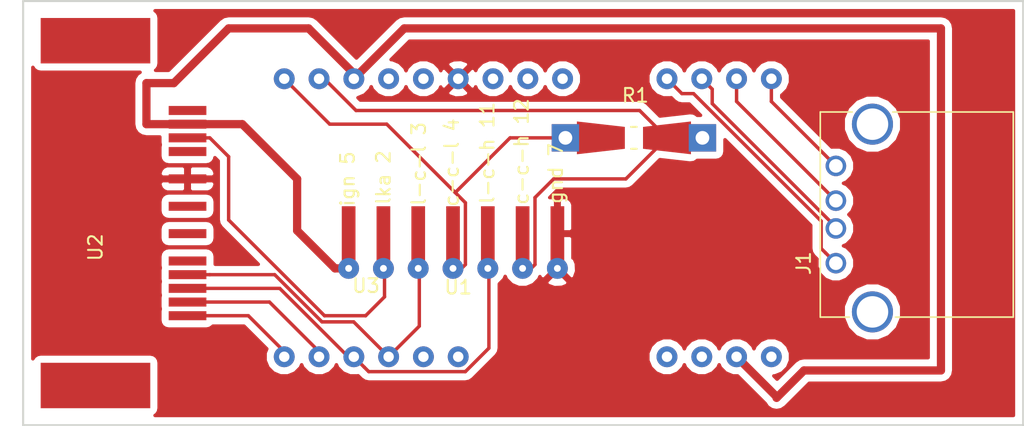
<source format=kicad_pcb>
(kicad_pcb (version 4) (host pcbnew 4.0.7)

  (general
    (links 30)
    (no_connects 9)
    (area 69.924999 87.924999 143.075001 119.075001)
    (thickness 1.6)
    (drawings 4)
    (tracks 76)
    (zones 0)
    (modules 5)
    (nets 15)
  )

  (page A4)
  (layers
    (0 F.Cu signal)
    (31 B.Cu signal)
    (32 B.Adhes user)
    (33 F.Adhes user)
    (34 B.Paste user)
    (35 F.Paste user)
    (36 B.SilkS user)
    (37 F.SilkS user)
    (38 B.Mask user)
    (39 F.Mask user)
    (40 Dwgs.User user)
    (41 Cmts.User user)
    (42 Eco1.User user)
    (43 Eco2.User user)
    (44 Edge.Cuts user)
    (45 Margin user)
    (46 B.CrtYd user)
    (47 F.CrtYd user)
    (48 B.Fab user)
    (49 F.Fab user)
  )

  (setup
    (last_trace_width 0.25)
    (trace_clearance 0.2)
    (zone_clearance 0.508)
    (zone_45_only no)
    (trace_min 0.2)
    (segment_width 0.2)
    (edge_width 0.15)
    (via_size 0.6)
    (via_drill 0.4)
    (via_min_size 0.4)
    (via_min_drill 0.3)
    (uvia_size 0.3)
    (uvia_drill 0.1)
    (uvias_allowed no)
    (uvia_min_size 0.2)
    (uvia_min_drill 0.1)
    (pcb_text_width 0.3)
    (pcb_text_size 1.5 1.5)
    (mod_edge_width 0.15)
    (mod_text_size 1 1)
    (mod_text_width 0.15)
    (pad_size 1.524 1.524)
    (pad_drill 0.762)
    (pad_to_mask_clearance 0.2)
    (aux_axis_origin 0 0)
    (visible_elements FFFFFF7F)
    (pcbplotparams
      (layerselection 0x00030_80000001)
      (usegerberextensions false)
      (excludeedgelayer true)
      (linewidth 0.100000)
      (plotframeref false)
      (viasonmask false)
      (mode 1)
      (useauxorigin false)
      (hpglpennumber 1)
      (hpglpenspeed 20)
      (hpglpendiameter 15)
      (hpglpenoverlay 2)
      (psnegative false)
      (psa4output false)
      (plotreference true)
      (plotvalue true)
      (plotinvisibletext false)
      (padsonsilk false)
      (subtractmaskfromsilk false)
      (outputformat 1)
      (mirror false)
      (drillshape 1)
      (scaleselection 1)
      (outputdirectory ""))
  )

  (net 0 "")
  (net 1 "Net-(R1-Pad1)")
  (net 2 "Net-(R1-Pad2)")
  (net 3 "Net-(U1-PadIGN)")
  (net 4 "Net-(U1-PadGND)")
  (net 5 "Net-(U1-Pad1H)")
  (net 6 "Net-(U1-Pad1L)")
  (net 7 "Net-(U1-Pad2H)")
  (net 8 "Net-(U1-Pad2L)")
  (net 9 "Net-(J1-Pad2)")
  (net 10 "Net-(J1-Pad3)")
  (net 11 "Net-(J1-Pad4)")
  (net 12 "Net-(J1-Pad1)")
  (net 13 "Net-(J1-Pad5)")
  (net 14 "Net-(U2-Pad2)")

  (net_class Default "This is the default net class."
    (clearance 0.2)
    (trace_width 0.25)
    (via_dia 0.6)
    (via_drill 0.4)
    (uvia_dia 0.3)
    (uvia_drill 0.1)
    (add_net "Net-(J1-Pad1)")
    (add_net "Net-(J1-Pad2)")
    (add_net "Net-(J1-Pad3)")
    (add_net "Net-(J1-Pad4)")
    (add_net "Net-(J1-Pad5)")
    (add_net "Net-(R1-Pad1)")
    (add_net "Net-(R1-Pad2)")
    (add_net "Net-(U1-Pad1H)")
    (add_net "Net-(U1-Pad1L)")
    (add_net "Net-(U1-Pad2H)")
    (add_net "Net-(U1-Pad2L)")
    (add_net "Net-(U1-PadGND)")
    (add_net "Net-(U1-PadIGN)")
    (add_net "Net-(U2-Pad2)")
  )

  (module Connectors:USB_A (layer F.Cu) (tedit 5543E289) (tstamp 5C6A2BBF)
    (at 129.33 107.16 90)
    (descr "USB A connector")
    (tags "USB USB_A")
    (path /5C6A2524)
    (fp_text reference J1 (at 0 -2.35 90) (layer F.SilkS)
      (effects (font (size 1 1) (thickness 0.15)))
    )
    (fp_text value USB_A (at 3.84 7.44 90) (layer F.Fab)
      (effects (font (size 1 1) (thickness 0.15)))
    )
    (fp_line (start -5.3 13.2) (end -5.3 -1.4) (layer F.CrtYd) (width 0.05))
    (fp_line (start 11.95 -1.4) (end 11.95 13.2) (layer F.CrtYd) (width 0.05))
    (fp_line (start -5.3 13.2) (end 11.95 13.2) (layer F.CrtYd) (width 0.05))
    (fp_line (start -5.3 -1.4) (end 11.95 -1.4) (layer F.CrtYd) (width 0.05))
    (fp_line (start 11.05 -1.14) (end 11.05 1.19) (layer F.SilkS) (width 0.12))
    (fp_line (start -3.94 -1.14) (end -3.94 0.98) (layer F.SilkS) (width 0.12))
    (fp_line (start 11.05 -1.14) (end -3.94 -1.14) (layer F.SilkS) (width 0.12))
    (fp_line (start 11.05 12.95) (end -3.94 12.95) (layer F.SilkS) (width 0.12))
    (fp_line (start 11.05 4.15) (end 11.05 12.95) (layer F.SilkS) (width 0.12))
    (fp_line (start -3.94 4.35) (end -3.94 12.95) (layer F.SilkS) (width 0.12))
    (pad 4 thru_hole circle (at 7.11 0) (size 1.5 1.5) (drill 1) (layers *.Cu *.Mask)
      (net 11 "Net-(J1-Pad4)"))
    (pad 3 thru_hole circle (at 4.57 0) (size 1.5 1.5) (drill 1) (layers *.Cu *.Mask)
      (net 10 "Net-(J1-Pad3)"))
    (pad 2 thru_hole circle (at 2.54 0) (size 1.5 1.5) (drill 1) (layers *.Cu *.Mask)
      (net 9 "Net-(J1-Pad2)"))
    (pad 1 thru_hole circle (at 0 0) (size 1.5 1.5) (drill 1) (layers *.Cu *.Mask)
      (net 12 "Net-(J1-Pad1)"))
    (pad 5 thru_hole circle (at 10.16 2.67) (size 3 3) (drill 2.3) (layers *.Cu *.Mask)
      (net 13 "Net-(J1-Pad5)"))
    (pad 5 thru_hole circle (at -3.56 2.67) (size 3 3) (drill 2.3) (layers *.Cu *.Mask)
      (net 13 "Net-(J1-Pad5)"))
    (model ${KISYS3DMOD}/Connectors.3dshapes/USB_A.wrl
      (at (xyz 0.14 0 0))
      (scale (xyz 1 1 1))
      (rotate (xyz 0 0 90))
    )
  )

  (module HyindaiGiraffeParts:MG645845 (layer F.Cu) (tedit 5C564141) (tstamp 5C69F9DE)
    (at 68.56 97 270)
    (path /5C69F13B)
    (fp_text reference U2 (at 9 -6.72 270) (layer F.SilkS)
      (effects (font (size 1 1) (thickness 0.15)))
    )
    (fp_text value HYUINDAI_RADAR (at 1 -6.72 270) (layer F.Fab)
      (effects (font (size 1 1) (thickness 0.15)))
    )
    (pad 99 smd rect (at -6.1 -6.72 270) (size 3.32 8) (layers F.Cu F.Paste F.Mask))
    (pad 99 smd rect (at 19.1 -6.72 270) (size 3.32 8) (layers F.Cu F.Paste F.Mask))
    (pad 1 smd rect (at -1 -13.44 270) (size 0.66 2.75) (layers F.Cu F.Paste F.Mask))
    (pad 5 smd rect (at 0 -13.44 270) (size 0.66 2.75) (layers F.Cu F.Paste F.Mask)
      (net 3 "Net-(U1-PadIGN)"))
    (pad 2 smd rect (at 1 -13.44 270) (size 0.66 2.75) (layers F.Cu F.Paste F.Mask)
      (net 14 "Net-(U2-Pad2)"))
    (pad 6 smd rect (at 2 -13.44 270) (size 0.66 2.75) (layers F.Cu F.Paste F.Mask))
    (pad 12 smd rect (at 14 -13.44 270) (size 0.66 2.75) (layers F.Cu F.Paste F.Mask)
      (net 5 "Net-(U1-Pad1H)"))
    (pad 4 smd rect (at 13 -13.44 270) (size 0.66 2.75) (layers F.Cu F.Paste F.Mask)
      (net 6 "Net-(U1-Pad1L)"))
    (pad 11 smd rect (at 12 -13.44 270) (size 0.66 2.75) (layers F.Cu F.Paste F.Mask)
      (net 7 "Net-(U1-Pad2H)"))
    (pad 3 smd rect (at 11 -13.44 270) (size 0.66 2.75) (layers F.Cu F.Paste F.Mask)
      (net 8 "Net-(U1-Pad2L)"))
    (pad 10 smd rect (at 10 -13.44 270) (size 0.66 2.75) (layers F.Cu F.Paste F.Mask))
    (pad 9 smd rect (at 8 -13.44 270) (size 0.66 2.75) (layers F.Cu F.Paste F.Mask))
    (pad 8 smd rect (at 6 -13.44 270) (size 0.66 2.75) (layers F.Cu F.Paste F.Mask))
    (pad 7 smd rect (at 4 -13.44 270) (size 0.66 2.75) (layers F.Cu F.Paste F.Mask)
      (net 4 "Net-(U1-PadGND)"))
  )

  (module Resistors_Universal:Resistor_SMD+THTuniversal_0805to1206_RM10_HandSoldering (layer F.Cu) (tedit 0) (tstamp 5C69FAB7)
    (at 114.587 98)
    (descr "Resistor, SMD and THT, universal, 0805 to 1206,RM10,  Hand soldering,")
    (tags "Resistor, SMD and THT, universal, 0805 to 1206, RM10, Hand soldering,")
    (path /5C69F5FD)
    (fp_text reference R1 (at 0.09906 -3.0988) (layer F.SilkS)
      (effects (font (size 1 1) (thickness 0.15)))
    )
    (fp_text value R (at -0.39878 4.20116) (layer F.Fab)
      (effects (font (size 1 1) (thickness 0.15)))
    )
    (fp_line (start 0 0.8001) (end 0.20066 0.8001) (layer F.SilkS) (width 0.15))
    (fp_line (start 0 0.8001) (end -0.20066 0.8001) (layer F.SilkS) (width 0.15))
    (fp_line (start -0.09906 -0.8001) (end -0.20066 -0.8001) (layer F.SilkS) (width 0.15))
    (fp_line (start -0.20066 -0.8001) (end 0.20066 -0.8001) (layer F.SilkS) (width 0.15))
    (pad 1 smd trapezoid (at -2.413 0) (size 3.50012 1.99898) (rect_delta 0.39878 0 ) (layers F.Cu F.Paste F.Mask)
      (net 1 "Net-(R1-Pad1)"))
    (pad 2 smd trapezoid (at 2.413 0 180) (size 3.50012 1.99898) (rect_delta 0.39878 0 ) (layers F.Cu F.Paste F.Mask)
      (net 2 "Net-(R1-Pad2)"))
    (pad 1 thru_hole rect (at -5.00126 0 180) (size 1.99898 1.99898) (drill 1.00076) (layers *.Cu *.Mask)
      (net 1 "Net-(R1-Pad1)"))
    (pad 2 thru_hole rect (at 5.00126 0 180) (size 1.99898 1.99898) (drill 1.00076) (layers *.Cu *.Mask)
      (net 2 "Net-(R1-Pad2)"))
  )

  (module HyindaiGiraffeParts:PANDA_PINOUT (layer F.Cu) (tedit 5C6A26DC) (tstamp 5C6A2AA7)
    (at 101.76 103.84)
    (path /5C69F2BC)
    (fp_text reference U1 (at 0 5.08) (layer F.SilkS)
      (effects (font (size 1 1) (thickness 0.15)))
    )
    (fp_text value PANDA (at 7.62 5.08) (layer F.Fab)
      (effects (font (size 1 1) (thickness 0.15)))
    )
    (pad 3L thru_hole circle (at -12.7 -10.16) (size 1.524 1.524) (drill 0.762) (layers *.Cu *.Mask)
      (net 1 "Net-(R1-Pad1)"))
    (pad 3H thru_hole circle (at -10.16 -10.16) (size 1.524 1.524) (drill 0.762) (layers *.Cu *.Mask)
      (net 2 "Net-(R1-Pad2)"))
    (pad IGN thru_hole circle (at -7.62 -10.16) (size 1.524 1.524) (drill 0.762) (layers *.Cu *.Mask)
      (net 3 "Net-(U1-PadIGN)"))
    (pad NC thru_hole circle (at -5.08 -10.16) (size 1.524 1.524) (drill 0.762) (layers *.Cu *.Mask))
    (pad NC thru_hole circle (at -2.54 -10.16) (size 1.524 1.524) (drill 0.762) (layers *.Cu *.Mask))
    (pad GND thru_hole circle (at 0 -10.16) (size 1.524 1.524) (drill 0.762) (layers *.Cu *.Mask)
      (net 4 "Net-(U1-PadGND)"))
    (pad NC thru_hole circle (at 2.54 -10.16) (size 1.524 1.524) (drill 0.762) (layers *.Cu *.Mask))
    (pad NC thru_hole circle (at 5.08 -10.16) (size 1.524 1.524) (drill 0.762) (layers *.Cu *.Mask))
    (pad NC thru_hole circle (at 7.62 -10.16) (size 1.524 1.524) (drill 0.762) (layers *.Cu *.Mask))
    (pad 1H thru_hole circle (at -12.7 10.16) (size 1.524 1.524) (drill 0.762) (layers *.Cu *.Mask)
      (net 5 "Net-(U1-Pad1H)"))
    (pad 1L thru_hole circle (at -10.16 10.16) (size 1.524 1.524) (drill 0.762) (layers *.Cu *.Mask)
      (net 6 "Net-(U1-Pad1L)"))
    (pad 2H thru_hole circle (at -7.62 10.16) (size 1.524 1.524) (drill 0.762) (layers *.Cu *.Mask)
      (net 7 "Net-(U1-Pad2H)"))
    (pad 2L thru_hole circle (at -5.08 10.16) (size 1.524 1.524) (drill 0.762) (layers *.Cu *.Mask)
      (net 8 "Net-(U1-Pad2L)"))
    (pad LINL thru_hole circle (at -2.54 10.16) (size 1.524 1.524) (drill 0.762) (layers *.Cu *.Mask))
    (pad LINK thru_hole circle (at 0 10.16) (size 1.524 1.524) (drill 0.762) (layers *.Cu *.Mask))
    (pad 16 thru_hole circle (at 15.24 10.16) (size 1.524 1.524) (drill 0.762) (layers *.Cu *.Mask))
    (pad GMLA thru_hole circle (at 17.78 10.16) (size 1.524 1.524) (drill 0.762) (layers *.Cu *.Mask))
    (pad VIN1 thru_hole circle (at 20.32 10.16) (size 1.524 1.524) (drill 0.762) (layers *.Cu *.Mask)
      (net 3 "Net-(U1-PadIGN)"))
    (pad 19 thru_hole circle (at 22.86 10.16) (size 1.524 1.524) (drill 0.762) (layers *.Cu *.Mask))
    (pad 5V thru_hole circle (at 15.24 -10.16) (size 1.524 1.524) (drill 0.762) (layers *.Cu *.Mask)
      (net 12 "Net-(J1-Pad1)"))
    (pad D- thru_hole circle (at 17.78 -10.16) (size 1.524 1.524) (drill 0.762) (layers *.Cu *.Mask)
      (net 9 "Net-(J1-Pad2)"))
    (pad D+ thru_hole circle (at 20.32 -10.16) (size 1.524 1.524) (drill 0.762) (layers *.Cu *.Mask)
      (net 10 "Net-(J1-Pad3)"))
    (pad GNDU thru_hole circle (at 22.86 -10.16) (size 1.524 1.524) (drill 0.762) (layers *.Cu *.Mask)
      (net 11 "Net-(J1-Pad4)"))
  )

  (module HyindaiGiraffeParts:RadarWires (layer F.Cu) (tedit 5C6A33F6) (tstamp 5C6A3951)
    (at 101.38 105 90)
    (path /5C69F332)
    (fp_text reference U3 (at -3.81 -6.35 360) (layer F.SilkS)
      (effects (font (size 1 1) (thickness 0.15)))
    )
    (fp_text value HYUINDAI_RADAR (at -3.81 5.08 180) (layer F.Fab)
      (effects (font (size 1 1) (thickness 0.15)))
    )
    (fp_text user "l-c-l 3" (at 5.1 -2.5 90) (layer F.SilkS)
      (effects (font (size 1 1) (thickness 0.15)))
    )
    (fp_text user "lka 2" (at 4.1 -5.08 90) (layer F.SilkS)
      (effects (font (size 1 1) (thickness 0.15)))
    )
    (fp_text user "ign 5" (at 4 -7.7 90) (layer F.SilkS)
      (effects (font (size 1 1) (thickness 0.15)))
    )
    (fp_text user "c-c-l 4" (at 5.2 -0.1 90) (layer F.SilkS)
      (effects (font (size 1 1) (thickness 0.15)))
    )
    (fp_text user "l-c-h 11" (at 5.9 2.5 90) (layer F.SilkS)
      (effects (font (size 1 1) (thickness 0.15)))
    )
    (fp_text user "c-c-h 12" (at 6 5 90) (layer F.SilkS)
      (effects (font (size 1 1) (thickness 0.15)))
    )
    (fp_text user "gnd 7" (at 4.4 7.5 90) (layer F.SilkS)
      (effects (font (size 1 1) (thickness 0.15)))
    )
    (pad 5 thru_hole circle (at -2.54 -7.62 90) (size 1.524 1.524) (drill 0.5) (layers *.Cu *.Mask)
      (net 3 "Net-(U1-PadIGN)"))
    (pad 2 thru_hole circle (at -2.54 -5.08 90) (size 1.524 1.524) (drill 0.5) (layers *.Cu *.Mask)
      (net 14 "Net-(U2-Pad2)"))
    (pad 3 thru_hole circle (at -2.54 -2.54 90) (size 1.524 1.524) (drill 0.5) (layers *.Cu *.Mask)
      (net 8 "Net-(U1-Pad2L)"))
    (pad 4 thru_hole circle (at -2.54 0 90) (size 1.524 1.524) (drill 0.5) (layers *.Cu *.Mask)
      (net 1 "Net-(R1-Pad1)"))
    (pad 11 thru_hole circle (at -2.54 2.54 90) (size 1.524 1.524) (drill 0.5) (layers *.Cu *.Mask)
      (net 7 "Net-(U1-Pad2H)"))
    (pad 12 thru_hole circle (at -2.54 5.08 90) (size 1.524 1.524) (drill 0.5) (layers *.Cu *.Mask)
      (net 2 "Net-(R1-Pad2)"))
    (pad 7 thru_hole circle (at -2.54 7.62 90) (size 1.524 1.524) (drill 0.5) (layers *.Cu *.Mask)
      (net 4 "Net-(U1-PadGND)"))
    (pad 5 smd rect (at 0 -7.62 90) (size 4 1) (layers F.Cu F.Paste F.Mask)
      (net 3 "Net-(U1-PadIGN)"))
    (pad 2 smd rect (at 0 -5.08 90) (size 4 1) (layers F.Cu F.Paste F.Mask)
      (net 14 "Net-(U2-Pad2)"))
    (pad 3 smd rect (at 0 -2.54 90) (size 4 1) (layers F.Cu F.Paste F.Mask)
      (net 8 "Net-(U1-Pad2L)"))
    (pad 4 smd rect (at 0 0 90) (size 4 1) (layers F.Cu F.Paste F.Mask)
      (net 1 "Net-(R1-Pad1)"))
    (pad 11 smd rect (at 0 2.54 90) (size 4 1) (layers F.Cu F.Paste F.Mask)
      (net 7 "Net-(U1-Pad2H)"))
    (pad 12 smd rect (at 0 5.08 90) (size 4 1) (layers F.Cu F.Paste F.Mask)
      (net 2 "Net-(R1-Pad2)"))
    (pad 7 smd rect (at 0 7.62 90) (size 4 1) (layers F.Cu F.Paste F.Mask)
      (net 4 "Net-(U1-PadGND)"))
  )

  (gr_line (start 70 88) (end 70 119) (layer Edge.Cuts) (width 0.15))
  (gr_line (start 143 88) (end 70 88) (layer Edge.Cuts) (width 0.15))
  (gr_line (start 143 119) (end 143 88) (layer Edge.Cuts) (width 0.15))
  (gr_line (start 70 119) (end 143 119) (layer Edge.Cuts) (width 0.15))

  (segment (start 89.06 93.68) (end 92.38 97) (width 0.25) (layer F.Cu) (net 1))
  (segment (start 92.38 97) (end 96.545002 97) (width 0.25) (layer F.Cu) (net 1))
  (segment (start 96.545002 97) (end 101.545002 102) (width 0.25) (layer F.Cu) (net 1))
  (segment (start 101.545002 102) (end 105.545002 98) (width 0.25) (layer F.Cu) (net 1))
  (segment (start 105.545002 98) (end 109.58574 98) (width 0.25) (layer F.Cu) (net 1))
  (segment (start 101.46 107.54) (end 102.005002 107.54) (width 0.25) (layer F.Cu) (net 1))
  (segment (start 102.005002 107.54) (end 102.285001 107.260001) (width 0.25) (layer F.Cu) (net 1))
  (segment (start 102.285001 107.260001) (end 102.285001 102.739999) (width 0.25) (layer F.Cu) (net 1))
  (segment (start 102.285001 102.739999) (end 101.545002 102) (width 0.25) (layer F.Cu) (net 1))
  (segment (start 108.730002 101) (end 114 101) (width 0.25) (layer F.Cu) (net 2))
  (segment (start 114 101) (end 117 98) (width 0.25) (layer F.Cu) (net 2))
  (segment (start 107.365001 102.365001) (end 108.730002 101) (width 0.25) (layer F.Cu) (net 2))
  (segment (start 106.54 107.54) (end 107.085002 107.54) (width 0.25) (layer F.Cu) (net 2))
  (segment (start 107.085002 107.54) (end 107.365001 107.260001) (width 0.25) (layer F.Cu) (net 2))
  (segment (start 107.365001 107.260001) (end 107.365001 102.365001) (width 0.25) (layer F.Cu) (net 2))
  (segment (start 91.98 93.68) (end 94.3 96) (width 0.25) (layer F.Cu) (net 2) (status 10))
  (segment (start 94.3 96) (end 115 96) (width 0.25) (layer F.Cu) (net 2))
  (segment (start 115 96) (end 117 98) (width 0.25) (layer F.Cu) (net 2) (status 20))
  (segment (start 94.14 93.68) (end 97.82 90) (width 0.6) (layer F.Cu) (net 3))
  (segment (start 97.82 90) (end 137 90) (width 0.6) (layer F.Cu) (net 3))
  (segment (start 137 90) (end 137 115) (width 0.6) (layer F.Cu) (net 3))
  (segment (start 137 115) (end 127 115) (width 0.6) (layer F.Cu) (net 3))
  (segment (start 127 115) (end 125 117) (width 0.6) (layer F.Cu) (net 3))
  (segment (start 125 117) (end 125 116.92) (width 0.6) (layer F.Cu) (net 3))
  (segment (start 125 116.92) (end 122.08 114) (width 0.6) (layer F.Cu) (net 3))
  (segment (start 90 101) (end 86 97) (width 0.6) (layer F.Cu) (net 3))
  (segment (start 86 97) (end 82 97) (width 0.6) (layer F.Cu) (net 3))
  (segment (start 90 104.77763) (end 90 101) (width 0.6) (layer F.Cu) (net 3))
  (segment (start 93.84 107.54) (end 92.76237 107.54) (width 0.6) (layer F.Cu) (net 3))
  (segment (start 92.76237 107.54) (end 90 104.77763) (width 0.6) (layer F.Cu) (net 3))
  (segment (start 90.84 90) (end 94.52 93.68) (width 0.6) (layer F.Cu) (net 3) (status 20))
  (segment (start 85 90) (end 90.84 90) (width 0.6) (layer F.Cu) (net 3))
  (segment (start 81 94) (end 85 90) (width 0.6) (layer F.Cu) (net 3))
  (segment (start 79 94) (end 81 94) (width 0.6) (layer F.Cu) (net 3))
  (segment (start 79 97) (end 79 94) (width 0.6) (layer F.Cu) (net 3))
  (segment (start 82 97) (end 79 97) (width 0.6) (layer F.Cu) (net 3) (status 10))
  (segment (start 82 111) (end 86.44 111) (width 0.25) (layer F.Cu) (net 5) (status 10))
  (segment (start 86.44 111) (end 89.44 114) (width 0.25) (layer F.Cu) (net 5) (status 20))
  (segment (start 82 110) (end 87.98 110) (width 0.25) (layer F.Cu) (net 6) (status 10))
  (segment (start 87.98 110) (end 91.98 114) (width 0.25) (layer F.Cu) (net 6) (status 20))
  (segment (start 93.727178 114) (end 94.52 114) (width 0.25) (layer F.Cu) (net 7))
  (segment (start 82 109) (end 88.727178 109) (width 0.25) (layer F.Cu) (net 7))
  (segment (start 88.727178 109) (end 93.727178 114) (width 0.25) (layer F.Cu) (net 7))
  (segment (start 104 107.54) (end 104 113.368762) (width 0.25) (layer F.Cu) (net 7))
  (segment (start 104 113.368762) (end 102.281761 115.087001) (width 0.25) (layer F.Cu) (net 7))
  (segment (start 102.281761 115.087001) (end 95.227001 115.087001) (width 0.25) (layer F.Cu) (net 7))
  (segment (start 95.227001 115.087001) (end 94.901999 114.761999) (width 0.25) (layer F.Cu) (net 7))
  (segment (start 94.901999 114.761999) (end 94.14 114) (width 0.25) (layer F.Cu) (net 7))
  (segment (start 91.8136 111.450011) (end 88.363589 108) (width 0.25) (layer F.Cu) (net 8))
  (segment (start 94.130011 111.450011) (end 91.8136 111.450011) (width 0.25) (layer F.Cu) (net 8))
  (segment (start 96.68 114) (end 94.130011 111.450011) (width 0.25) (layer F.Cu) (net 8))
  (segment (start 83.625 108) (end 82 108) (width 0.25) (layer F.Cu) (net 8))
  (segment (start 88.363589 108) (end 83.625 108) (width 0.25) (layer F.Cu) (net 8))
  (segment (start 98.92 107.54) (end 98.92 111.76) (width 0.25) (layer F.Cu) (net 8))
  (segment (start 98.92 111.76) (end 96.68 114) (width 0.25) (layer F.Cu) (net 8))
  (segment (start 120.301999 95.493346) (end 129.33 104.521347) (width 0.25) (layer F.Cu) (net 9))
  (segment (start 120.301999 94.441999) (end 120.301999 95.493346) (width 0.25) (layer F.Cu) (net 9))
  (segment (start 129.33 104.521347) (end 129.33 104.62) (width 0.25) (layer F.Cu) (net 9))
  (segment (start 119.54 93.68) (end 120.301999 94.441999) (width 0.25) (layer F.Cu) (net 9))
  (segment (start 122.08 93.68) (end 122.08 95.34) (width 0.25) (layer F.Cu) (net 10))
  (segment (start 122.08 95.34) (end 129.33 102.59) (width 0.25) (layer F.Cu) (net 10))
  (segment (start 124.62 93.68) (end 124.62 95.34) (width 0.25) (layer F.Cu) (net 11))
  (segment (start 124.62 95.34) (end 129.33 100.05) (width 0.25) (layer F.Cu) (net 11))
  (segment (start 117 93.68) (end 118.087001 94.767001) (width 0.25) (layer F.Cu) (net 12))
  (segment (start 128.254999 104.082757) (end 128.254999 106.084999) (width 0.25) (layer F.Cu) (net 12))
  (segment (start 118.087001 94.767001) (end 118.939243 94.767001) (width 0.25) (layer F.Cu) (net 12))
  (segment (start 118.939243 94.767001) (end 128.254999 104.082757) (width 0.25) (layer F.Cu) (net 12))
  (segment (start 128.254999 106.084999) (end 128.580001 106.410001) (width 0.25) (layer F.Cu) (net 12))
  (segment (start 128.580001 106.410001) (end 129.33 107.16) (width 0.25) (layer F.Cu) (net 12))
  (segment (start 85 104) (end 85 99.375) (width 0.25) (layer F.Cu) (net 14))
  (segment (start 83.625 98) (end 82 98) (width 0.25) (layer F.Cu) (net 14))
  (segment (start 85 99.375) (end 83.625 98) (width 0.25) (layer F.Cu) (net 14))
  (segment (start 92 111) (end 85 104) (width 0.25) (layer F.Cu) (net 14))
  (segment (start 95 111) (end 92 111) (width 0.25) (layer F.Cu) (net 14))
  (segment (start 96.38 109.62) (end 95 111) (width 0.25) (layer F.Cu) (net 14))
  (segment (start 96.38 107.54) (end 96.38 109.62) (width 0.25) (layer F.Cu) (net 14))

  (zone (net 4) (net_name "Net-(U1-PadGND)") (layer F.Cu) (tstamp 0) (hatch edge 0.508)
    (connect_pads (clearance 0.508))
    (min_thickness 0.254)
    (fill yes (arc_segments 16) (thermal_gap 0.508) (thermal_bridge_width 0.508))
    (polygon
      (pts
        (xy 70 88) (xy 70 119) (xy 143 119) (xy 143 88)
      )
    )
    (filled_polygon
      (pts
        (xy 142.29 118.29) (xy 79.629014 118.29) (xy 79.731441 118.22409) (xy 79.876431 118.01189) (xy 79.92744 117.76)
        (xy 79.92744 114.44) (xy 79.883162 114.204683) (xy 79.74409 113.988559) (xy 79.53189 113.843569) (xy 79.28 113.79256)
        (xy 71.28 113.79256) (xy 71.044683 113.836838) (xy 70.828559 113.97591) (xy 70.71 114.149427) (xy 70.71 104.67)
        (xy 79.97756 104.67) (xy 79.97756 105.33) (xy 80.021838 105.565317) (xy 80.16091 105.781441) (xy 80.37311 105.926431)
        (xy 80.625 105.97744) (xy 83.375 105.97744) (xy 83.610317 105.933162) (xy 83.826441 105.79409) (xy 83.971431 105.58189)
        (xy 84.02244 105.33) (xy 84.02244 104.67) (xy 83.978162 104.434683) (xy 83.83909 104.218559) (xy 83.62689 104.073569)
        (xy 83.375 104.02256) (xy 80.625 104.02256) (xy 80.389683 104.066838) (xy 80.173559 104.20591) (xy 80.028569 104.41811)
        (xy 79.97756 104.67) (xy 70.71 104.67) (xy 70.71 102.67) (xy 79.97756 102.67) (xy 79.97756 103.33)
        (xy 80.021838 103.565317) (xy 80.16091 103.781441) (xy 80.37311 103.926431) (xy 80.625 103.97744) (xy 83.375 103.97744)
        (xy 83.610317 103.933162) (xy 83.826441 103.79409) (xy 83.971431 103.58189) (xy 84.02244 103.33) (xy 84.02244 102.67)
        (xy 83.978162 102.434683) (xy 83.83909 102.218559) (xy 83.62689 102.073569) (xy 83.375 102.02256) (xy 80.625 102.02256)
        (xy 80.389683 102.066838) (xy 80.173559 102.20591) (xy 80.028569 102.41811) (xy 79.97756 102.67) (xy 70.71 102.67)
        (xy 70.71 101.28575) (xy 79.99 101.28575) (xy 79.99 101.456309) (xy 80.086673 101.689698) (xy 80.265301 101.868327)
        (xy 80.49869 101.965) (xy 81.71425 101.965) (xy 81.873 101.80625) (xy 81.873 101.127) (xy 82.127 101.127)
        (xy 82.127 101.80625) (xy 82.28575 101.965) (xy 83.50131 101.965) (xy 83.734699 101.868327) (xy 83.913327 101.689698)
        (xy 84.01 101.456309) (xy 84.01 101.28575) (xy 83.85125 101.127) (xy 82.127 101.127) (xy 81.873 101.127)
        (xy 80.14875 101.127) (xy 79.99 101.28575) (xy 70.71 101.28575) (xy 70.71 100.543691) (xy 79.99 100.543691)
        (xy 79.99 100.71425) (xy 80.14875 100.873) (xy 81.873 100.873) (xy 81.873 100.19375) (xy 82.127 100.19375)
        (xy 82.127 100.873) (xy 83.85125 100.873) (xy 84.01 100.71425) (xy 84.01 100.543691) (xy 83.913327 100.310302)
        (xy 83.734699 100.131673) (xy 83.50131 100.035) (xy 82.28575 100.035) (xy 82.127 100.19375) (xy 81.873 100.19375)
        (xy 81.71425 100.035) (xy 80.49869 100.035) (xy 80.265301 100.131673) (xy 80.086673 100.310302) (xy 79.99 100.543691)
        (xy 70.71 100.543691) (xy 70.71 92.846852) (xy 70.81591 93.011441) (xy 71.02811 93.156431) (xy 71.28 93.20744)
        (xy 78.535532 93.20744) (xy 78.338855 93.338855) (xy 78.136173 93.642191) (xy 78.065 94) (xy 78.065 97)
        (xy 78.136173 97.357809) (xy 78.338855 97.661145) (xy 78.642191 97.863827) (xy 79 97.935) (xy 79.97756 97.935)
        (xy 79.97756 98.33) (xy 80.010722 98.506241) (xy 79.97756 98.67) (xy 79.97756 99.33) (xy 80.021838 99.565317)
        (xy 80.16091 99.781441) (xy 80.37311 99.926431) (xy 80.625 99.97744) (xy 83.375 99.97744) (xy 83.610317 99.933162)
        (xy 83.826441 99.79409) (xy 83.971431 99.58189) (xy 83.998486 99.448288) (xy 84.24 99.689802) (xy 84.24 104)
        (xy 84.297852 104.290839) (xy 84.462599 104.537401) (xy 87.165198 107.24) (xy 84.02244 107.24) (xy 84.02244 106.67)
        (xy 83.978162 106.434683) (xy 83.83909 106.218559) (xy 83.62689 106.073569) (xy 83.375 106.02256) (xy 80.625 106.02256)
        (xy 80.389683 106.066838) (xy 80.173559 106.20591) (xy 80.028569 106.41811) (xy 79.97756 106.67) (xy 79.97756 107.33)
        (xy 80.010722 107.506241) (xy 79.97756 107.67) (xy 79.97756 108.33) (xy 80.010722 108.506241) (xy 79.97756 108.67)
        (xy 79.97756 109.33) (xy 80.010722 109.506241) (xy 79.97756 109.67) (xy 79.97756 110.33) (xy 80.010722 110.506241)
        (xy 79.97756 110.67) (xy 79.97756 111.33) (xy 80.021838 111.565317) (xy 80.16091 111.781441) (xy 80.37311 111.926431)
        (xy 80.625 111.97744) (xy 83.375 111.97744) (xy 83.610317 111.933162) (xy 83.826441 111.79409) (xy 83.849734 111.76)
        (xy 86.125198 111.76) (xy 87.78731 113.422112) (xy 87.663243 113.7209) (xy 87.662758 114.276661) (xy 87.87499 114.790303)
        (xy 88.26763 115.183629) (xy 88.7809 115.396757) (xy 89.336661 115.397242) (xy 89.850303 115.18501) (xy 90.243629 114.79237)
        (xy 90.329949 114.584488) (xy 90.41499 114.790303) (xy 90.80763 115.183629) (xy 91.3209 115.396757) (xy 91.876661 115.397242)
        (xy 92.390303 115.18501) (xy 92.783629 114.79237) (xy 92.869949 114.584488) (xy 92.95499 114.790303) (xy 93.34763 115.183629)
        (xy 93.8609 115.396757) (xy 94.416661 115.397242) (xy 94.449055 115.383857) (xy 94.6896 115.624402) (xy 94.936161 115.789149)
        (xy 95.227001 115.847001) (xy 102.281761 115.847001) (xy 102.5726 115.789149) (xy 102.819162 115.624402) (xy 104.537401 113.906163)
        (xy 104.702148 113.659601) (xy 104.76 113.368762) (xy 104.76 111.142815) (xy 129.86463 111.142815) (xy 130.18898 111.9278)
        (xy 130.789041 112.528909) (xy 131.573459 112.854628) (xy 132.422815 112.85537) (xy 133.2078 112.53102) (xy 133.808909 111.930959)
        (xy 134.134628 111.146541) (xy 134.13537 110.297185) (xy 133.81102 109.5122) (xy 133.210959 108.911091) (xy 132.426541 108.585372)
        (xy 131.577185 108.58463) (xy 130.7922 108.90898) (xy 130.191091 109.509041) (xy 129.865372 110.293459) (xy 129.86463 111.142815)
        (xy 104.76 111.142815) (xy 104.76 108.6754) (xy 105.103629 108.33237) (xy 105.189949 108.124488) (xy 105.27499 108.330303)
        (xy 105.66763 108.723629) (xy 106.1809 108.936757) (xy 106.736661 108.937242) (xy 107.250303 108.72501) (xy 107.455457 108.520213)
        (xy 108.199392 108.520213) (xy 108.268857 108.762397) (xy 108.792302 108.949144) (xy 109.347368 108.921362) (xy 109.731143 108.762397)
        (xy 109.800608 108.520213) (xy 109 107.719605) (xy 108.199392 108.520213) (xy 107.455457 108.520213) (xy 107.643629 108.33237)
        (xy 107.723395 108.140273) (xy 107.777603 108.271143) (xy 108.019787 108.340608) (xy 108.820395 107.54) (xy 108.814823 107.534428)
        (xy 108.873 107.47625) (xy 108.873 107.45911) (xy 108.985858 107.346253) (xy 109 107.360395) (xy 109.014143 107.346253)
        (xy 109.127 107.45911) (xy 109.127 107.47625) (xy 109.185178 107.534428) (xy 109.179605 107.54) (xy 109.980213 108.340608)
        (xy 110.222397 108.271143) (xy 110.409144 107.747698) (xy 110.381362 107.192632) (xy 110.222397 106.808857) (xy 110.135 106.783789)
        (xy 110.135 105.28575) (xy 109.97625 105.127) (xy 109.127 105.127) (xy 109.127 106.134895) (xy 108.873 106.147608)
        (xy 108.873 105.127) (xy 108.853 105.127) (xy 108.853 104.873) (xy 108.873 104.873) (xy 108.873 102.52375)
        (xy 109.127 102.52375) (xy 109.127 104.873) (xy 109.97625 104.873) (xy 110.135 104.71425) (xy 110.135 102.873691)
        (xy 110.038327 102.640302) (xy 109.859699 102.461673) (xy 109.62631 102.365) (xy 109.28575 102.365) (xy 109.127 102.52375)
        (xy 108.873 102.52375) (xy 108.71425 102.365) (xy 108.439804 102.365) (xy 109.044804 101.76) (xy 114 101.76)
        (xy 114.290839 101.702148) (xy 114.537401 101.537401) (xy 116.482629 99.592173) (xy 118.676769 99.842158) (xy 118.985377 99.802042)
        (xy 119.201501 99.66297) (xy 119.212461 99.64693) (xy 120.58775 99.64693) (xy 120.823067 99.602652) (xy 121.039191 99.46358)
        (xy 121.184181 99.25138) (xy 121.23519 98.99949) (xy 121.23519 98.13775) (xy 127.494999 104.397559) (xy 127.494999 106.084999)
        (xy 127.552851 106.375838) (xy 127.717598 106.6224) (xy 127.954998 106.8598) (xy 127.945241 106.883298) (xy 127.94476 107.434285)
        (xy 128.155169 107.943515) (xy 128.544436 108.333461) (xy 129.053298 108.544759) (xy 129.604285 108.54524) (xy 130.113515 108.334831)
        (xy 130.503461 107.945564) (xy 130.714759 107.436702) (xy 130.71524 106.885715) (xy 130.504831 106.376485) (xy 130.115564 105.986539)
        (xy 129.88313 105.890024) (xy 130.113515 105.794831) (xy 130.503461 105.405564) (xy 130.714759 104.896702) (xy 130.71524 104.345715)
        (xy 130.504831 103.836485) (xy 130.273687 103.604938) (xy 130.503461 103.375564) (xy 130.714759 102.866702) (xy 130.71524 102.315715)
        (xy 130.504831 101.806485) (xy 130.115564 101.416539) (xy 129.88313 101.320024) (xy 130.113515 101.224831) (xy 130.503461 100.835564)
        (xy 130.714759 100.326702) (xy 130.71524 99.775715) (xy 130.504831 99.266485) (xy 130.115564 98.876539) (xy 129.606702 98.665241)
        (xy 129.055715 98.66476) (xy 129.030132 98.67533) (xy 127.777617 97.422815) (xy 129.86463 97.422815) (xy 130.18898 98.2078)
        (xy 130.789041 98.808909) (xy 131.573459 99.134628) (xy 132.422815 99.13537) (xy 133.2078 98.81102) (xy 133.808909 98.210959)
        (xy 134.134628 97.426541) (xy 134.13537 96.577185) (xy 133.81102 95.7922) (xy 133.210959 95.191091) (xy 132.426541 94.865372)
        (xy 131.577185 94.86463) (xy 130.7922 95.18898) (xy 130.191091 95.789041) (xy 129.865372 96.573459) (xy 129.86463 97.422815)
        (xy 127.777617 97.422815) (xy 125.38 95.025198) (xy 125.38 94.877531) (xy 125.410303 94.86501) (xy 125.803629 94.47237)
        (xy 126.016757 93.9591) (xy 126.017242 93.403339) (xy 125.80501 92.889697) (xy 125.41237 92.496371) (xy 124.8991 92.283243)
        (xy 124.343339 92.282758) (xy 123.829697 92.49499) (xy 123.436371 92.88763) (xy 123.350051 93.095512) (xy 123.26501 92.889697)
        (xy 122.87237 92.496371) (xy 122.3591 92.283243) (xy 121.803339 92.282758) (xy 121.289697 92.49499) (xy 120.896371 92.88763)
        (xy 120.810051 93.095512) (xy 120.72501 92.889697) (xy 120.33237 92.496371) (xy 119.8191 92.283243) (xy 119.263339 92.282758)
        (xy 118.749697 92.49499) (xy 118.356371 92.88763) (xy 118.270051 93.095512) (xy 118.18501 92.889697) (xy 117.79237 92.496371)
        (xy 117.2791 92.283243) (xy 116.723339 92.282758) (xy 116.209697 92.49499) (xy 115.816371 92.88763) (xy 115.603243 93.4009)
        (xy 115.602758 93.956661) (xy 115.81499 94.470303) (xy 116.20763 94.863629) (xy 116.7209 95.076757) (xy 117.276661 95.077242)
        (xy 117.309055 95.063857) (xy 117.5496 95.304402) (xy 117.796162 95.469149) (xy 118.087001 95.527001) (xy 118.624441 95.527001)
        (xy 119.45051 96.35307) (xy 119.203402 96.35307) (xy 119.160063 96.300045) (xy 118.932815 96.180009) (xy 118.676769 96.157842)
        (xy 116.482629 96.407827) (xy 115.537401 95.462599) (xy 115.290839 95.297852) (xy 115 95.24) (xy 94.614802 95.24)
        (xy 94.441699 95.066897) (xy 94.930303 94.86501) (xy 95.323629 94.47237) (xy 95.409949 94.264488) (xy 95.49499 94.470303)
        (xy 95.88763 94.863629) (xy 96.4009 95.076757) (xy 96.956661 95.077242) (xy 97.470303 94.86501) (xy 97.863629 94.47237)
        (xy 97.949949 94.264488) (xy 98.03499 94.470303) (xy 98.42763 94.863629) (xy 98.9409 95.076757) (xy 99.496661 95.077242)
        (xy 100.010303 94.86501) (xy 100.215457 94.660213) (xy 100.959392 94.660213) (xy 101.028857 94.902397) (xy 101.552302 95.089144)
        (xy 102.107368 95.061362) (xy 102.491143 94.902397) (xy 102.560608 94.660213) (xy 101.76 93.859605) (xy 100.959392 94.660213)
        (xy 100.215457 94.660213) (xy 100.403629 94.47237) (xy 100.483395 94.280273) (xy 100.537603 94.411143) (xy 100.779787 94.480608)
        (xy 101.580395 93.68) (xy 101.939605 93.68) (xy 102.740213 94.480608) (xy 102.982397 94.411143) (xy 103.032509 94.270682)
        (xy 103.11499 94.470303) (xy 103.50763 94.863629) (xy 104.0209 95.076757) (xy 104.576661 95.077242) (xy 105.090303 94.86501)
        (xy 105.483629 94.47237) (xy 105.569949 94.264488) (xy 105.65499 94.470303) (xy 106.04763 94.863629) (xy 106.5609 95.076757)
        (xy 107.116661 95.077242) (xy 107.630303 94.86501) (xy 108.023629 94.47237) (xy 108.109949 94.264488) (xy 108.19499 94.470303)
        (xy 108.58763 94.863629) (xy 109.1009 95.076757) (xy 109.656661 95.077242) (xy 110.170303 94.86501) (xy 110.563629 94.47237)
        (xy 110.776757 93.9591) (xy 110.777242 93.403339) (xy 110.56501 92.889697) (xy 110.17237 92.496371) (xy 109.6591 92.283243)
        (xy 109.103339 92.282758) (xy 108.589697 92.49499) (xy 108.196371 92.88763) (xy 108.110051 93.095512) (xy 108.02501 92.889697)
        (xy 107.63237 92.496371) (xy 107.1191 92.283243) (xy 106.563339 92.282758) (xy 106.049697 92.49499) (xy 105.656371 92.88763)
        (xy 105.570051 93.095512) (xy 105.48501 92.889697) (xy 105.09237 92.496371) (xy 104.5791 92.283243) (xy 104.023339 92.282758)
        (xy 103.509697 92.49499) (xy 103.116371 92.88763) (xy 103.036605 93.079727) (xy 102.982397 92.948857) (xy 102.740213 92.879392)
        (xy 101.939605 93.68) (xy 101.580395 93.68) (xy 100.779787 92.879392) (xy 100.537603 92.948857) (xy 100.487491 93.089318)
        (xy 100.40501 92.889697) (xy 100.215432 92.699787) (xy 100.959392 92.699787) (xy 101.76 93.500395) (xy 102.560608 92.699787)
        (xy 102.491143 92.457603) (xy 101.967698 92.270856) (xy 101.412632 92.298638) (xy 101.028857 92.457603) (xy 100.959392 92.699787)
        (xy 100.215432 92.699787) (xy 100.01237 92.496371) (xy 99.4991 92.283243) (xy 98.943339 92.282758) (xy 98.429697 92.49499)
        (xy 98.036371 92.88763) (xy 97.950051 93.095512) (xy 97.86501 92.889697) (xy 97.47237 92.496371) (xy 96.9591 92.283243)
        (xy 96.859134 92.283156) (xy 98.20729 90.935) (xy 136.065 90.935) (xy 136.065 114.065) (xy 127 114.065)
        (xy 126.642191 114.136173) (xy 126.338855 114.338855) (xy 125.04 115.63771) (xy 124.799447 115.397157) (xy 124.896661 115.397242)
        (xy 125.410303 115.18501) (xy 125.803629 114.79237) (xy 126.016757 114.2791) (xy 126.017242 113.723339) (xy 125.80501 113.209697)
        (xy 125.41237 112.816371) (xy 124.8991 112.603243) (xy 124.343339 112.602758) (xy 123.829697 112.81499) (xy 123.436371 113.20763)
        (xy 123.350051 113.415512) (xy 123.26501 113.209697) (xy 122.87237 112.816371) (xy 122.3591 112.603243) (xy 121.803339 112.602758)
        (xy 121.289697 112.81499) (xy 120.896371 113.20763) (xy 120.810051 113.415512) (xy 120.72501 113.209697) (xy 120.33237 112.816371)
        (xy 119.8191 112.603243) (xy 119.263339 112.602758) (xy 118.749697 112.81499) (xy 118.356371 113.20763) (xy 118.270051 113.415512)
        (xy 118.18501 113.209697) (xy 117.79237 112.816371) (xy 117.2791 112.603243) (xy 116.723339 112.602758) (xy 116.209697 112.81499)
        (xy 115.816371 113.20763) (xy 115.603243 113.7209) (xy 115.602758 114.276661) (xy 115.81499 114.790303) (xy 116.20763 115.183629)
        (xy 116.7209 115.396757) (xy 117.276661 115.397242) (xy 117.790303 115.18501) (xy 118.183629 114.79237) (xy 118.269949 114.584488)
        (xy 118.35499 114.790303) (xy 118.74763 115.183629) (xy 119.2609 115.396757) (xy 119.816661 115.397242) (xy 120.330303 115.18501)
        (xy 120.723629 114.79237) (xy 120.809949 114.584488) (xy 120.89499 114.790303) (xy 121.28763 115.183629) (xy 121.8009 115.396757)
        (xy 122.154776 115.397066) (xy 124.177763 117.420053) (xy 124.338855 117.661145) (xy 124.642191 117.863827) (xy 125 117.935)
        (xy 125.357809 117.863827) (xy 125.661145 117.661145) (xy 127.38729 115.935) (xy 137 115.935) (xy 137.357809 115.863827)
        (xy 137.661145 115.661145) (xy 137.863827 115.357809) (xy 137.935 115) (xy 137.935 90) (xy 137.863827 89.642191)
        (xy 137.661145 89.338855) (xy 137.357809 89.136173) (xy 137 89.065) (xy 97.82 89.065) (xy 97.462191 89.136173)
        (xy 97.158855 89.338855) (xy 94.33 92.16771) (xy 91.501145 89.338855) (xy 91.197809 89.136173) (xy 90.84 89.065)
        (xy 85 89.065) (xy 84.642191 89.136173) (xy 84.338855 89.338855) (xy 80.61271 93.065) (xy 79.667865 93.065)
        (xy 79.731441 93.02409) (xy 79.876431 92.81189) (xy 79.92744 92.56) (xy 79.92744 89.24) (xy 79.883162 89.004683)
        (xy 79.74409 88.788559) (xy 79.629115 88.71) (xy 142.29 88.71)
      )
    )
  )
)

</source>
